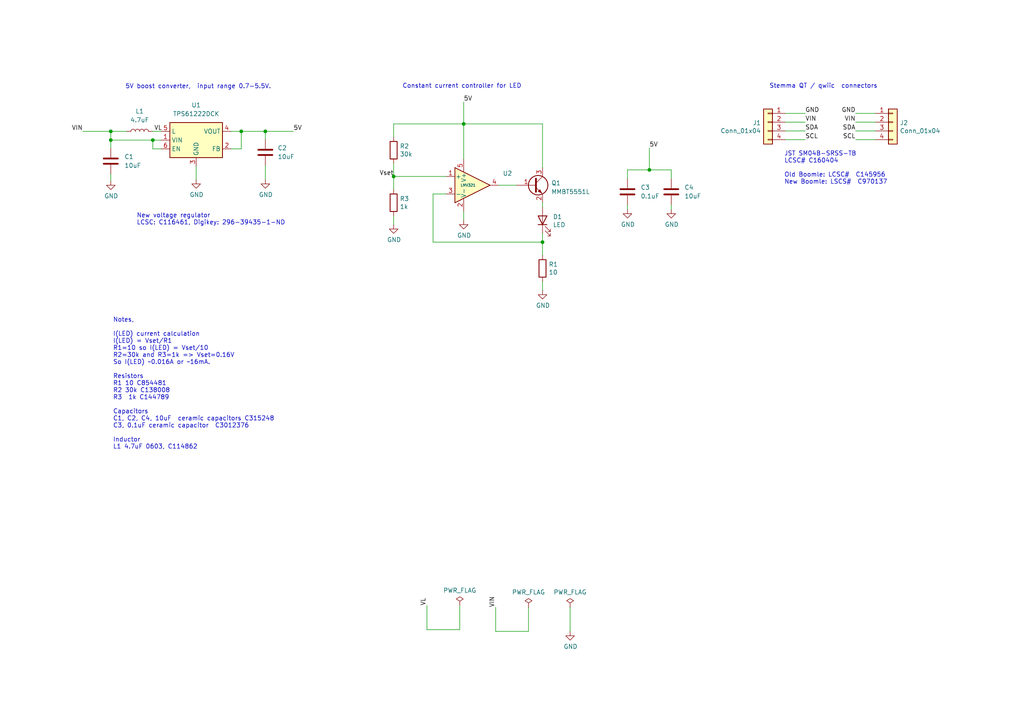
<source format=kicad_sch>
(kicad_sch (version 20230121) (generator eeschema)
  (paper "A4")
  (lib_symbols
    (symbol "Amplifier_Operational:LMV321" (pin_names (offset 0.127))
      (property "Reference" "U" (at 0 5.08 0))
      (property "Value" "LMV321" (at 0 -5.08 0))
      (symbol "LMV321_0_1"
        (polyline (pts (xy -5.08 5.08) (xy 5.08 0) (xy -5.08 -5.08) (xy -5.08 5.08)) (stroke (width 0.254)) (fill (type background)))
        (pin power_in line (at -2.54 -7.62 90) (length 3.81) (name "V-") (number "2"))
        (pin power_in line (at -2.54 7.62 270) (length 3.81) (name "V+") (number "5"))
      )
      (symbol "LMV321_1_1"
        (pin input line (at -7.62 2.54 0) (length 2.54) (name "+") (number "1"))
        (pin input line (at -7.62 -2.54 0) (length 2.54) (name "-") (number "3"))
        (pin output line (at 7.62 0 180) (length 2.54) (name "~") (number "4"))
      )
    )
    (symbol "Connector_Generic:Conn_01x04" (pin_names (offset 1.016) hide)
      (property "Reference" "J" (at 0 5.08 0))
      (property "Value" "Conn_01x04" (at 0 -7.62 0))
      (symbol "Conn_01x04_1_1"
        (rectangle (start -1.27 -4.953) (end 0 -5.207) (stroke (width 0.1524)))
        (rectangle (start -1.27 -2.413) (end 0 -2.667) (stroke (width 0.1524)))
        (rectangle (start -1.27 0.127) (end 0 -0.127) (stroke (width 0.1524)))
        (rectangle (start -1.27 2.667) (end 0 2.413) (stroke (width 0.1524)))
        (rectangle (start -1.27 3.81) (end 1.27 -6.35) (stroke (width 0.254)) (fill (type background)))
        (pin passive line (at -5.08 2.54 0) (length 3.81) (name "Pin_1") (number "1"))
        (pin passive line (at -5.08 0 0) (length 3.81) (name "Pin_2") (number "2"))
        (pin passive line (at -5.08 -2.54 0) (length 3.81) (name "Pin_3") (number "3"))
        (pin passive line (at -5.08 -5.08 0) (length 3.81) (name "Pin_4") (number "4"))
      )
    )
    (symbol "Device:C" (pin_numbers hide) (pin_names (offset 0.254))
      (property "Reference" "C" (at 0.635 2.54 0))
      (property "Value" "C" (at 0.635 -2.54 0))
      (symbol "C_0_1"
        (polyline (pts (xy -2.032 -0.762) (xy 2.032 -0.762)) (stroke (width 0.508)))
        (polyline (pts (xy -2.032 0.762) (xy 2.032 0.762)) (stroke (width 0.508)))
      )
      (symbol "C_1_1"
        (pin passive line (at 0 3.81 270) (length 2.794) (name "~") (number "1"))
        (pin passive line (at 0 -3.81 90) (length 2.794) (name "~") (number "2"))
      )
    )
    (symbol "Device:L" (pin_numbers hide) (pin_names (offset 1.016) hide)
      (property "Reference" "L" (at -1.27 0 90))
      (property "Value" "L" (at 1.905 0 90))
      (symbol "L_0_1"
        (arc (start 0 -2.54) (mid 0.6323 -1.905) (end 0 -1.27))
        (arc (start 0 -1.27) (mid 0.6323 -0.635) (end 0 0))
        (arc (start 0 0) (mid 0.6323 0.635) (end 0 1.27))
        (arc (start 0 1.27) (mid 0.6323 1.905) (end 0 2.54))
      )
      (symbol "L_1_1"
        (pin passive line (at 0 3.81 270) (length 1.27) (name "1") (number "1"))
        (pin passive line (at 0 -3.81 90) (length 1.27) (name "2") (number "2"))
      )
    )
    (symbol "Device:LED" (pin_numbers hide) (pin_names (offset 1.016) hide)
      (property "Reference" "D" (at 0 2.54 0))
      (property "Value" "LED" (at 0 -2.54 0))
      (symbol "LED_0_1"
        (polyline (pts (xy -1.27 -1.27) (xy -1.27 1.27)) (stroke (width 0.254)))
        (polyline (pts (xy -1.27 0) (xy 1.27 0)))
        (polyline (pts (xy 1.27 -1.27) (xy 1.27 1.27) (xy -1.27 0) (xy 1.27 -1.27)) (stroke (width 0.254)))
        (polyline (pts (xy -3.048 -0.762) (xy -4.572 -2.286) (xy -3.81 -2.286) (xy -4.572 -2.286) (xy -4.572 -1.524)))
        (polyline (pts (xy -1.778 -0.762) (xy -3.302 -2.286) (xy -2.54 -2.286) (xy -3.302 -2.286) (xy -3.302 -1.524)))
      )
      (symbol "LED_1_1"
        (pin passive line (at -3.81 0 0) (length 2.54) (name "K") (number "1"))
        (pin passive line (at 3.81 0 180) (length 2.54) (name "A") (number "2"))
      )
    )
    (symbol "Device:R" (pin_numbers hide) (pin_names (offset 0))
      (property "Reference" "R" (at 2.032 0 90))
      (property "Value" "R" (at 0 0 90))
      (symbol "R_0_1"
        (rectangle (start -1.016 -2.54) (end 1.016 2.54) (stroke (width 0.254)))
      )
      (symbol "R_1_1"
        (pin passive line (at 0 3.81 270) (length 1.27) (name "~") (number "1"))
        (pin passive line (at 0 -3.81 90) (length 1.27) (name "~") (number "2"))
      )
    )
    (symbol "Regulator_Switching:TPS61222DCK"
      (property "Reference" "U" (at -7.62 6.35 0))
      (property "Value" "TPS61222DCK" (at 2.54 6.35 0))
      (symbol "TPS61222DCK_0_1"
        (rectangle (start -7.62 5.08) (end 7.62 -5.08) (stroke (width 0.254)) (fill (type background)))
      )
      (symbol "TPS61222DCK_1_1"
        (pin power_in line (at -10.16 0 0) (length 2.54) (name "VIN") (number "1"))
        (pin input line (at 10.16 -2.54 180) (length 2.54) (name "FB") (number "2"))
        (pin power_in line (at 0 -7.62 90) (length 2.54) (name "GND") (number "3"))
        (pin power_out line (at 10.16 2.54 180) (length 2.54) (name "VOUT") (number "4"))
        (pin power_in line (at -10.16 2.54 0) (length 2.54) (name "L") (number "5"))
        (pin input line (at -10.16 -2.54 0) (length 2.54) (name "EN") (number "6"))
      )
    )
    (symbol "Transistor_BJT:MMBT5551L" (pin_names (offset 0) hide)
      (property "Reference" "Q" (at 5.08 1.905 0))
      (property "Value" "MMBT5551L" (at 5.08 0 0))
      (symbol "MMBT5551L_0_1"
        (polyline (pts (xy 0.635 0.635) (xy 2.54 2.54)))
        (polyline (pts (xy 0.635 -0.635) (xy 2.54 -2.54) (xy 2.54 -2.54)))
        (polyline (pts (xy 0.635 1.905) (xy 0.635 -1.905) (xy 0.635 -1.905)) (stroke (width 0.508)))
        (polyline (pts (xy 1.27 -1.778) (xy 1.778 -1.27) (xy 2.286 -2.286) (xy 1.27 -1.778) (xy 1.27 -1.778)) (fill (type outline)))
        (circle (center 1.27 0) (radius 2.8194) (stroke (width 0.254)))
      )
      (symbol "MMBT5551L_1_1"
        (pin input line (at -5.08 0 0) (length 5.715) (name "B") (number "1"))
        (pin passive line (at 2.54 -5.08 90) (length 2.54) (name "E") (number "2"))
        (pin passive line (at 2.54 5.08 270) (length 2.54) (name "C") (number "3"))
      )
    )
    (symbol "power:GND" (power) (pin_names (offset 0))
      (property "Value" "GND" (at 0 -3.81 0))
      (symbol "GND_0_1"
        (polyline (pts (xy 0 0) (xy 0 -1.27) (xy 1.27 -1.27) (xy 0 -2.54) (xy -1.27 -1.27) (xy 0 -1.27)))
      )
      (symbol "GND_1_1"
        (pin power_in line (at 0 0 270) (length 0) hide (name "GND") (number "1"))
      )
    )
    (symbol "power:PWR_FLAG" (power) (pin_numbers hide) (pin_names (offset 0) hide)
      (property "Value" "PWR_FLAG" (at 0 3.81 0))
      (symbol "PWR_FLAG_0_0"
        (pin power_out line (at 0 0 90) (length 0) (name "pwr") (number "1"))
      )
      (symbol "PWR_FLAG_0_1"
        (polyline (pts (xy 0 0) (xy 0 1.27) (xy -1.016 1.905) (xy 0 2.54) (xy 1.016 1.905) (xy 0 1.27)))
      )
    )
  )
  (junction (at 134.493 35.941))
  (junction (at 69.977 38.1))
  (junction (at 157.353 70.231))
  (junction (at 32.131 40.64))
  (junction (at 32.131 38.1))
  (junction (at 44.323 40.64))
  (junction (at 188.341 49.276))
  (junction (at 114.173 51.181))
  (junction (at 76.962 38.1))
  (wire (pts (xy 69.977 43.18) (xy 67.056 43.18)))
  (wire (pts (xy 125.603 56.261) (xy 129.413 56.261)))
  (wire (pts (xy 188.341 42.926) (xy 188.341 49.276)))
  (wire (pts (xy 157.353 70.231) (xy 125.603 70.231)))
  (wire (pts (xy 227.838 35.433) (xy 233.553 35.433)))
  (wire (pts (xy 157.353 81.661) (xy 157.353 84.201)))
  (wire (pts (xy 253.873 37.973) (xy 248.158 37.973)))
  (wire (pts (xy 157.353 67.691) (xy 157.353 70.231)))
  (wire (pts (xy 44.323 40.64) (xy 46.736 40.64)))
  (wire (pts (xy 114.173 35.941) (xy 114.173 39.751)))
  (wire (pts (xy 32.131 40.64) (xy 44.323 40.64)))
  (wire (pts (xy 133.35 175.641) (xy 133.35 182.626)))
  (wire (pts (xy 157.353 35.941) (xy 157.353 48.641)))
  (wire (pts (xy 114.173 51.181) (xy 114.173 47.371)))
  (wire (pts (xy 69.977 38.1) (xy 69.977 43.18)))
  (wire (pts (xy 253.873 35.433) (xy 248.158 35.433)))
  (wire (pts (xy 227.838 32.893) (xy 233.553 32.893)))
  (wire (pts (xy 114.173 51.181) (xy 114.173 54.991)))
  (wire (pts (xy 134.493 61.341) (xy 134.493 63.881)))
  (wire (pts (xy 36.703 38.1) (xy 32.131 38.1)))
  (wire (pts (xy 253.873 32.893) (xy 248.158 32.893)))
  (wire (pts (xy 188.341 49.276) (xy 194.691 49.276)))
  (wire (pts (xy 153.289 183.134) (xy 143.764 183.134)))
  (wire (pts (xy 194.691 59.436) (xy 194.691 60.706)))
  (wire (pts (xy 134.493 35.941) (xy 134.493 46.101)))
  (wire (pts (xy 153.289 176.149) (xy 153.289 183.134)))
  (wire (pts (xy 46.736 43.18) (xy 44.323 43.18)))
  (wire (pts (xy 194.691 49.276) (xy 194.691 51.816)))
  (wire (pts (xy 181.991 59.436) (xy 181.991 60.706)))
  (wire (pts (xy 67.056 38.1) (xy 69.977 38.1)))
  (wire (pts (xy 32.131 38.1) (xy 32.131 40.64)))
  (wire (pts (xy 253.873 40.513) (xy 248.158 40.513)))
  (wire (pts (xy 143.764 183.134) (xy 143.764 176.149)))
  (wire (pts (xy 114.173 62.611) (xy 114.173 65.151)))
  (wire (pts (xy 69.977 38.1) (xy 76.962 38.1)))
  (wire (pts (xy 157.353 58.801) (xy 157.353 60.071)))
  (wire (pts (xy 114.173 51.181) (xy 129.413 51.181)))
  (wire (pts (xy 134.493 35.941) (xy 114.173 35.941)))
  (wire (pts (xy 24.003 38.1) (xy 32.131 38.1)))
  (wire (pts (xy 133.35 182.626) (xy 123.825 182.626)))
  (wire (pts (xy 32.131 40.64) (xy 32.131 42.926)))
  (wire (pts (xy 76.962 38.1) (xy 76.962 40.386)))
  (wire (pts (xy 76.962 48.006) (xy 76.962 52.07)))
  (wire (pts (xy 32.131 50.546) (xy 32.131 52.451)))
  (wire (pts (xy 181.991 49.276) (xy 188.341 49.276)))
  (wire (pts (xy 134.493 35.941) (xy 157.353 35.941)))
  (wire (pts (xy 76.962 38.1) (xy 85.09 38.1)))
  (wire (pts (xy 123.825 182.626) (xy 123.825 175.641)))
  (wire (pts (xy 227.838 37.973) (xy 233.553 37.973)))
  (wire (pts (xy 44.323 38.1) (xy 46.736 38.1)))
  (wire (pts (xy 44.323 43.18) (xy 44.323 40.64)))
  (wire (pts (xy 165.354 176.149) (xy 165.354 183.134)))
  (wire (pts (xy 144.653 53.721) (xy 149.733 53.721)))
  (wire (pts (xy 125.603 70.231) (xy 125.603 56.261)))
  (wire (pts (xy 134.493 29.591) (xy 134.493 35.941)))
  (wire (pts (xy 181.991 51.816) (xy 181.991 49.276)))
  (wire (pts (xy 227.838 40.513) (xy 233.553 40.513)))
  (wire (pts (xy 56.896 48.26) (xy 56.896 52.07)))
  (wire (pts (xy 157.353 70.231) (xy 157.353 74.041)))
  (text "JST SM04B-SRSS-TB\nLCSC# C160404\n\nOld Boomle: LCSC#  C145956\nNew Boomle: LSCS#  C970137\n" (at 227.457 53.594 0) (effects (font (size 1.27 1.27)) (justify left bottom)))
  (text "Stemma QT / qwiic  connectors\n" (at 223.139 25.781 0) (effects (font (size 1.27 1.27)) (justify left bottom)))
  (text "New voltage regulator\nLCSC: C116461, Digikey: 296-39435-1-ND " (at 39.624 65.405 0) (effects (font (size 1.27 1.27)) (justify left bottom)))
  (text "Constant current controller for LED" (at 116.713 25.781 0) (effects (font (size 1.27 1.27)) (justify left bottom)))
  (text "5V boost converter,  input range 0.7-5.5V. " (at 36.322 25.908 0) (effects (font (size 1.27 1.27)) (justify left bottom)))
  (text "Notes, \n\nI(LED) current calculation\nI(LED) = Vset/R1\nR1=10 so I(LED) = Vset/10\nR2=30k and R3=1k => Vset=0.16V\nSo I(LED) ~0.016A or ~16mA. \n\nResistors\nR1 10 C854481\nR2 30k C138008\nR3  1k C144789\n\nCapacitors\nC1, C2, C4, 10uF  ceramic capacitors C315248\nC3, 0.1uF ceramic capacitor  C3012376\n\nInductor\nL1 4.7uF 0603, C114862\n" (at 32.766 130.429 0) (effects (font (size 1.27 1.27)) (justify left bottom)))
  (label "SCL" (at 233.553 40.513 0))
  (label "VIN" (at 24.003 38.1 180))
  (label "SCL" (at 248.158 40.513 180))
  (label "Vset" (at 114.173 51.181 180))
  (label "SDA" (at 248.158 37.973 180))
  (label "VIN" (at 143.764 176.149 90))
  (label "5V" (at 134.493 29.591 0))
  (label "5V" (at 188.341 42.926 0))
  (label "VIN" (at 248.158 35.433 180))
  (label "VIN" (at 233.553 35.433 0))
  (label "5V" (at 85.09 38.1 0))
  (label "GND" (at 233.553 32.893 0))
  (label "GND" (at 248.158 32.893 180))
  (label "VL" (at 44.704 38.1 0))
  (label "VL" (at 123.825 175.641 90))
  (label "SDA" (at 233.553 37.973 0))
  (symbol (lib_id "Connector_Generic:Conn_01x04") (at 222.758 35.433 0) (mirror y) (unit 1)
    (property "Reference" "J1" (at 220.726 35.6362 0) (effects (justify left)))
    (property "Value" "Conn_01x04" (at 220.726 37.9476 0) (effects (justify left)))
    (property "Footprint" "JST_SH_SM04B_custom:JST_SH_SM04B-SRSS-TB_1x04-1MP_P1.00mm_Horizontal" (effects hide))
  )
  (symbol (lib_id "Connector_Generic:Conn_01x04") (at 258.953 35.433 0) (unit 1)
    (property "Reference" "J2" (at 260.985 35.6362 0) (effects (justify left)))
    (property "Value" "Conn_01x04" (at 260.985 37.9476 0) (effects (justify left)))
    (property "Footprint" "JST_SH_SM04B_custom:JST_SH_SM04B-SRSS-TB_1x04-1MP_P1.00mm_Horizontal" (effects hide))
  )
  (symbol (lib_id "Device:LED") (at 157.353 63.881 90) (unit 1)
    (property "Reference" "D1" (at 160.3502 62.8904 90) (effects (justify right)))
    (property "Value" "LED" (at 160.3502 65.2018 90) (effects (justify right)))
    (property "Footprint" "LED_SMD:LED_0603_1608Metric" (effects hide))
  )
  (symbol (lib_id "Device:R") (at 157.353 77.851 0) (unit 1)
    (property "Reference" "R1" (at 159.131 76.6826 0) (effects (justify left)))
    (property "Value" "10" (at 159.131 78.994 0) (effects (justify left)))
    (property "Footprint" "Resistor_SMD:R_0402_1005Metric" (effects hide))
  )
  (symbol (lib_id "power:GND") (at 157.353 84.201 0) (unit 1)
    (property "Reference" "#PWR08" (effects hide))
    (property "Value" "GND" (at 157.48 88.5952 0))
  )
  (symbol (lib_id "power:PWR_FLAG") (at 165.354 176.149 0) (unit 1)
    (property "Reference" "#FLG0101" (effects hide))
    (property "Value" "PWR_FLAG" (at 165.354 171.7548 0))
  )
  (symbol (lib_id "power:PWR_FLAG") (at 153.289 176.149 0) (unit 1)
    (property "Reference" "#FLG0102" (effects hide))
    (property "Value" "PWR_FLAG" (at 153.289 171.7548 0))
  )
  (symbol (lib_id "power:GND") (at 165.354 183.134 0) (unit 1)
    (property "Reference" "#PWR0101" (effects hide))
    (property "Value" "GND" (at 165.481 187.5282 0))
  )
  (symbol (lib_id "Device:C") (at 194.691 55.626 0) (unit 1)
    (property "Reference" "C4" (at 198.501 54.356 0) (effects (justify left)))
    (property "Value" "10uF" (at 198.501 56.896 0) (effects (justify left)))
    (property "Footprint" "Capacitor_SMD:C_0402_1005Metric" (effects hide))
  )
  (symbol (lib_id "Device:C") (at 181.991 55.626 0) (unit 1)
    (property "Reference" "C3" (at 185.801 54.356 0) (effects (justify left)))
    (property "Value" "0.1uF" (at 185.801 56.896 0) (effects (justify left)))
    (property "Footprint" "Capacitor_SMD:C_0402_1005Metric" (effects hide))
  )
  (symbol (lib_id "power:GND") (at 194.691 60.706 0) (unit 1)
    (property "Reference" "#PWR06" (effects hide))
    (property "Value" "GND" (at 194.818 65.1002 0))
  )
  (symbol (lib_id "power:GND") (at 32.131 52.451 0) (unit 1)
    (property "Reference" "#PWR011" (effects hide))
    (property "Value" "GND" (at 32.258 56.8452 0))
  )
  (symbol (lib_id "power:GND") (at 56.896 52.07 0) (unit 1)
    (property "Reference" "#PWR09" (effects hide))
    (property "Value" "GND" (at 57.023 56.4642 0))
  )
  (symbol (lib_id "power:GND") (at 134.493 63.881 0) (unit 1)
    (property "Reference" "#PWR04" (effects hide))
    (property "Value" "GND" (at 134.62 68.2752 0))
  )
  (symbol (lib_id "Regulator_Switching:TPS61222DCK") (at 56.896 40.64 0) (unit 1)
    (property "Reference" "U1" (at 56.896 30.48 0))
    (property "Value" "TPS61222DCK" (at 56.896 33.02 0))
    (property "Footprint" "Package_TO_SOT_SMD:SOT-363_SC-70-6" (effects hide))
    (property "Datasheet" "http://www.ti.com/lit/ds/symlink/tps61220.pdf" (effects hide))
  )
  (symbol (lib_id "Device:C") (at 32.131 46.736 180) (unit 1)
    (property "Reference" "C1" (at 36.068 45.466 0) (effects (justify right)))
    (property "Value" "10uF" (at 36.068 48.006 0) (effects (justify right)))
    (property "Footprint" "Capacitor_SMD:C_0402_1005Metric" (effects hide))
  )
  (symbol (lib_id "power:PWR_FLAG") (at 133.35 175.641 0) (unit 1)
    (property "Reference" "#FLG01" (effects hide))
    (property "Value" "PWR_FLAG" (at 133.35 171.2468 0))
  )
  (symbol (lib_id "power:GND") (at 181.991 60.706 0) (unit 1)
    (property "Reference" "#PWR05" (effects hide))
    (property "Value" "GND" (at 182.118 65.1002 0))
  )
  (symbol (lib_id "power:GND") (at 114.173 65.151 0) (unit 1)
    (property "Reference" "#PWR07" (effects hide))
    (property "Value" "GND" (at 114.3 69.5452 0))
  )
  (symbol (lib_id "Device:C") (at 76.962 44.196 180) (unit 1)
    (property "Reference" "C2" (at 80.518 42.926 0) (effects (justify right)))
    (property "Value" "10uF" (at 80.518 45.466 0) (effects (justify right)))
    (property "Footprint" "Capacitor_SMD:C_0402_1005Metric" (effects hide))
  )
  (symbol (lib_id "power:GND") (at 76.962 52.07 0) (unit 1)
    (property "Reference" "#PWR010" (effects hide))
    (property "Value" "GND" (at 77.089 56.4642 0))
  )
  (symbol (lib_id "Device:R") (at 114.173 43.561 0) (unit 1)
    (property "Reference" "R2" (at 115.951 42.3926 0) (effects (justify left)))
    (property "Value" "30k" (at 115.951 44.704 0) (effects (justify left)))
    (property "Footprint" "Resistor_SMD:R_0402_1005Metric" (effects hide))
  )
  (symbol (lib_id "Amplifier_Operational:LMV321") (at 137.033 53.721 0) (unit 1)
    (property "Reference" "U2" (at 147.193 50.2921 0))
    (property "Value" "LMV321" (at 135.763 53.721 0) (effects (font (size 0.762 0.762))))
    (property "Footprint" "Package_TO_SOT_SMD:SOT-23-5" (effects hide))
    (property "Datasheet" "http://www.ti.com/lit/ds/symlink/lmv324.pdf" (effects hide))
  )
  (symbol (lib_id "Transistor_BJT:MMBT5551L") (at 154.813 53.721 0) (unit 1)
    (property "Reference" "Q1" (at 159.893 53.086 0) (effects (justify left)))
    (property "Value" "MMBT5551L" (at 159.893 55.626 0) (effects (justify left)))
    (property "Footprint" "Package_TO_SOT_SMD:SOT-23" (effects hide))
    (property "Datasheet" "www.onsemi.com/pub/Collateral/MMBT5550LT1-D.PDF" (effects hide))
  )
  (symbol (lib_id "Device:R") (at 114.173 58.801 0) (unit 1)
    (property "Reference" "R3" (at 115.951 57.6326 0) (effects (justify left)))
    (property "Value" "1k" (at 115.951 59.944 0) (effects (justify left)))
    (property "Footprint" "Resistor_SMD:R_0402_1005Metric" (effects hide))
  )
  (symbol (lib_id "Device:L") (at 40.513 38.1 90) (unit 1)
    (property "Reference" "L1" (at 40.513 32.258 90))
    (property "Value" "4.7uF" (at 40.513 34.798 90))
    (property "Footprint" "Inductor_SMD:L_0603_1608Metric" (effects hide))
  )
)
</source>
